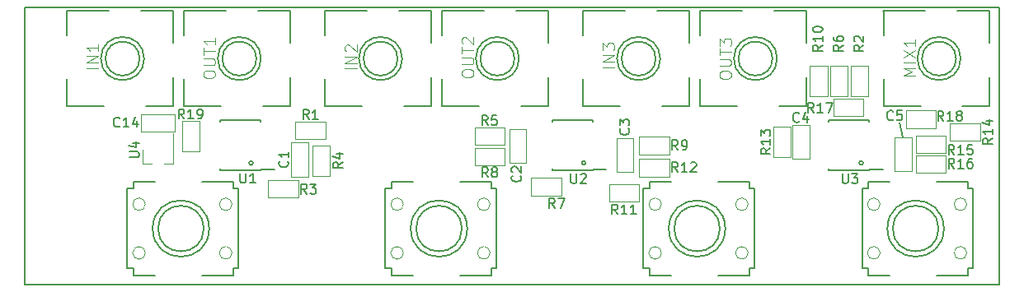
<source format=gto>
G04 #@! TF.FileFunction,Legend,Top*
%FSLAX46Y46*%
G04 Gerber Fmt 4.6, Leading zero omitted, Abs format (unit mm)*
G04 Created by KiCad (PCBNEW 4.0.5) date 08/02/17 20:53:55*
%MOMM*%
%LPD*%
G01*
G04 APERTURE LIST*
%ADD10C,0.100000*%
%ADD11C,0.200000*%
%ADD12C,0.150000*%
%ADD13C,0.120000*%
%ADD14C,0.203200*%
%ADD15C,0.101600*%
G04 APERTURE END LIST*
D10*
D11*
X121900000Y-106750000D02*
G75*
G03X121900000Y-106750000I-200000J0D01*
G01*
X156050000Y-106750000D02*
G75*
G03X156050000Y-106750000I-200000J0D01*
G01*
X184550000Y-106750000D02*
G75*
G03X184550000Y-106750000I-200000J0D01*
G01*
X188300000Y-102600000D02*
X188650000Y-104100000D01*
D12*
X98501100Y-119238600D02*
X198501100Y-119238600D01*
X198501100Y-119238600D02*
X198501100Y-90768600D01*
X198501100Y-90768600D02*
X98501100Y-90768600D01*
X98501100Y-90768600D02*
X98501100Y-119238600D01*
D13*
X110570000Y-106860000D02*
X111500000Y-106860000D01*
X113730000Y-106860000D02*
X112800000Y-106860000D01*
X113730000Y-106860000D02*
X113730000Y-103700000D01*
X110570000Y-106860000D02*
X110570000Y-105400000D01*
D12*
X122675000Y-107475000D02*
X122675000Y-107425000D01*
X118525000Y-107475000D02*
X118525000Y-107330000D01*
X118525000Y-102325000D02*
X118525000Y-102470000D01*
X122675000Y-102325000D02*
X122675000Y-102470000D01*
X122675000Y-107475000D02*
X118525000Y-107475000D01*
X122675000Y-102325000D02*
X118525000Y-102325000D01*
X122675000Y-107425000D02*
X124075000Y-107425000D01*
X156775000Y-107475000D02*
X156775000Y-107425000D01*
X152625000Y-107475000D02*
X152625000Y-107330000D01*
X152625000Y-102325000D02*
X152625000Y-102470000D01*
X156775000Y-102325000D02*
X156775000Y-102470000D01*
X156775000Y-107475000D02*
X152625000Y-107475000D01*
X156775000Y-102325000D02*
X152625000Y-102325000D01*
X156775000Y-107425000D02*
X158175000Y-107425000D01*
X185175000Y-107475000D02*
X185175000Y-107425000D01*
X181025000Y-107475000D02*
X181025000Y-107330000D01*
X181025000Y-102325000D02*
X181025000Y-102470000D01*
X185175000Y-102325000D02*
X185175000Y-102470000D01*
X185175000Y-107475000D02*
X181025000Y-107475000D01*
X185175000Y-102325000D02*
X181025000Y-102325000D01*
X185175000Y-107425000D02*
X186575000Y-107425000D01*
D10*
X127570000Y-104650000D02*
X125820000Y-104650000D01*
X125820000Y-108150000D02*
X125820000Y-104650000D01*
X127570000Y-104650000D02*
X127570000Y-108150000D01*
X125820000Y-108150000D02*
X127570000Y-108150000D01*
X149970000Y-103250000D02*
X148220000Y-103250000D01*
X148220000Y-106750000D02*
X148220000Y-103250000D01*
X149970000Y-103250000D02*
X149970000Y-106750000D01*
X148220000Y-106750000D02*
X149970000Y-106750000D01*
X160970000Y-104200000D02*
X159220000Y-104200000D01*
X159220000Y-107700000D02*
X159220000Y-104200000D01*
X160970000Y-104200000D02*
X160970000Y-107700000D01*
X159220000Y-107700000D02*
X160970000Y-107700000D01*
X179070000Y-102850000D02*
X177320000Y-102850000D01*
X177320000Y-106350000D02*
X177320000Y-102850000D01*
X179070000Y-102850000D02*
X179070000Y-106350000D01*
X177320000Y-106350000D02*
X179070000Y-106350000D01*
X189570000Y-104100000D02*
X187820000Y-104100000D01*
X187820000Y-107600000D02*
X187820000Y-104100000D01*
X189570000Y-104100000D02*
X189570000Y-107600000D01*
X187820000Y-107600000D02*
X189570000Y-107600000D01*
X110400000Y-101730000D02*
X110400000Y-103480000D01*
X113900000Y-103480000D02*
X110400000Y-103480000D01*
X110400000Y-101730000D02*
X113900000Y-101730000D01*
X113900000Y-103480000D02*
X113900000Y-101730000D01*
D14*
X184450000Y-117600000D02*
X184450000Y-109400000D01*
X195850000Y-109400000D02*
X195850000Y-117600000D01*
X185100000Y-117600000D02*
X185100000Y-118350000D01*
X184450000Y-117600000D02*
X185100000Y-117600000D01*
X195300000Y-117600000D02*
X195850000Y-117600000D01*
X195300000Y-118350000D02*
X195300000Y-117600000D01*
X195300000Y-109400000D02*
X195300000Y-108650000D01*
X195850000Y-109400000D02*
X195300000Y-109400000D01*
X185100000Y-109400000D02*
X184450000Y-109400000D01*
X185100000Y-108650000D02*
X185100000Y-109400000D01*
X187300000Y-118350000D02*
X185100000Y-118350000D01*
X195300000Y-118350000D02*
X192100000Y-118350000D01*
X185100000Y-108650000D02*
X187300000Y-108650000D01*
X192100000Y-108650000D02*
X195300000Y-108650000D01*
D15*
X195200000Y-116000000D02*
G75*
G03X195200000Y-116000000I-650000J0D01*
G01*
X195200000Y-111000000D02*
G75*
G03X195200000Y-111000000I-650000J0D01*
G01*
X186300000Y-116000000D02*
G75*
G03X186300000Y-116000000I-650000J0D01*
G01*
X186300000Y-111000000D02*
G75*
G03X186300000Y-111000000I-650000J0D01*
G01*
D14*
X192850000Y-113500000D02*
G75*
G03X192850000Y-113500000I-2900000J0D01*
G01*
X192300100Y-113500000D02*
G75*
G03X192300100Y-113500000I-2350100J0D01*
G01*
X162000000Y-117600000D02*
X162000000Y-109400000D01*
X173400000Y-109400000D02*
X173400000Y-117600000D01*
X162650000Y-117600000D02*
X162650000Y-118350000D01*
X162000000Y-117600000D02*
X162650000Y-117600000D01*
X172850000Y-117600000D02*
X173400000Y-117600000D01*
X172850000Y-118350000D02*
X172850000Y-117600000D01*
X172850000Y-109400000D02*
X172850000Y-108650000D01*
X173400000Y-109400000D02*
X172850000Y-109400000D01*
X162650000Y-109400000D02*
X162000000Y-109400000D01*
X162650000Y-108650000D02*
X162650000Y-109400000D01*
X164850000Y-118350000D02*
X162650000Y-118350000D01*
X172850000Y-118350000D02*
X169650000Y-118350000D01*
X162650000Y-108650000D02*
X164850000Y-108650000D01*
X169650000Y-108650000D02*
X172850000Y-108650000D01*
D15*
X172750000Y-116000000D02*
G75*
G03X172750000Y-116000000I-650000J0D01*
G01*
X172750000Y-111000000D02*
G75*
G03X172750000Y-111000000I-650000J0D01*
G01*
X163850000Y-116000000D02*
G75*
G03X163850000Y-116000000I-650000J0D01*
G01*
X163850000Y-111000000D02*
G75*
G03X163850000Y-111000000I-650000J0D01*
G01*
D14*
X170400000Y-113500000D02*
G75*
G03X170400000Y-113500000I-2900000J0D01*
G01*
X169850100Y-113500000D02*
G75*
G03X169850100Y-113500000I-2350100J0D01*
G01*
X135500000Y-117600000D02*
X135500000Y-109400000D01*
X146900000Y-109400000D02*
X146900000Y-117600000D01*
X136150000Y-117600000D02*
X136150000Y-118350000D01*
X135500000Y-117600000D02*
X136150000Y-117600000D01*
X146350000Y-117600000D02*
X146900000Y-117600000D01*
X146350000Y-118350000D02*
X146350000Y-117600000D01*
X146350000Y-109400000D02*
X146350000Y-108650000D01*
X146900000Y-109400000D02*
X146350000Y-109400000D01*
X136150000Y-109400000D02*
X135500000Y-109400000D01*
X136150000Y-108650000D02*
X136150000Y-109400000D01*
X138350000Y-118350000D02*
X136150000Y-118350000D01*
X146350000Y-118350000D02*
X143150000Y-118350000D01*
X136150000Y-108650000D02*
X138350000Y-108650000D01*
X143150000Y-108650000D02*
X146350000Y-108650000D01*
D15*
X146250000Y-116000000D02*
G75*
G03X146250000Y-116000000I-650000J0D01*
G01*
X146250000Y-111000000D02*
G75*
G03X146250000Y-111000000I-650000J0D01*
G01*
X137350000Y-116000000D02*
G75*
G03X137350000Y-116000000I-650000J0D01*
G01*
X137350000Y-111000000D02*
G75*
G03X137350000Y-111000000I-650000J0D01*
G01*
D14*
X143900000Y-113500000D02*
G75*
G03X143900000Y-113500000I-2900000J0D01*
G01*
X143350100Y-113500000D02*
G75*
G03X143350100Y-113500000I-2350100J0D01*
G01*
X109000000Y-117600000D02*
X109000000Y-109400000D01*
X120400000Y-109400000D02*
X120400000Y-117600000D01*
X109650000Y-117600000D02*
X109650000Y-118350000D01*
X109000000Y-117600000D02*
X109650000Y-117600000D01*
X119850000Y-117600000D02*
X120400000Y-117600000D01*
X119850000Y-118350000D02*
X119850000Y-117600000D01*
X119850000Y-109400000D02*
X119850000Y-108650000D01*
X120400000Y-109400000D02*
X119850000Y-109400000D01*
X109650000Y-109400000D02*
X109000000Y-109400000D01*
X109650000Y-108650000D02*
X109650000Y-109400000D01*
X111850000Y-118350000D02*
X109650000Y-118350000D01*
X119850000Y-118350000D02*
X116650000Y-118350000D01*
X109650000Y-108650000D02*
X111850000Y-108650000D01*
X116650000Y-108650000D02*
X119850000Y-108650000D01*
D15*
X119750000Y-116000000D02*
G75*
G03X119750000Y-116000000I-650000J0D01*
G01*
X119750000Y-111000000D02*
G75*
G03X119750000Y-111000000I-650000J0D01*
G01*
X110850000Y-116000000D02*
G75*
G03X110850000Y-116000000I-650000J0D01*
G01*
X110850000Y-111000000D02*
G75*
G03X110850000Y-111000000I-650000J0D01*
G01*
D14*
X117400000Y-113500000D02*
G75*
G03X117400000Y-113500000I-2900000J0D01*
G01*
X116850100Y-113500000D02*
G75*
G03X116850100Y-113500000I-2350100J0D01*
G01*
D10*
X114600000Y-105550000D02*
X116400000Y-105550000D01*
X114600000Y-105550000D02*
X114600000Y-102450000D01*
X116400000Y-102450000D02*
X114600000Y-102450000D01*
X116400000Y-102450000D02*
X116400000Y-105550000D01*
X188950000Y-101350000D02*
X188950000Y-103150000D01*
X188950000Y-101350000D02*
X192050000Y-101350000D01*
X192050000Y-103150000D02*
X192050000Y-101350000D01*
X192050000Y-103150000D02*
X188950000Y-103150000D01*
X181500000Y-100150000D02*
X181500000Y-101950000D01*
X181500000Y-100150000D02*
X184600000Y-100150000D01*
X184600000Y-101950000D02*
X184600000Y-100150000D01*
X184600000Y-101950000D02*
X181500000Y-101950000D01*
X189950000Y-105950000D02*
X189950000Y-107750000D01*
X189950000Y-105950000D02*
X193050000Y-105950000D01*
X193050000Y-107750000D02*
X193050000Y-105950000D01*
X193050000Y-107750000D02*
X189950000Y-107750000D01*
X189950000Y-103950000D02*
X189950000Y-105750000D01*
X189950000Y-103950000D02*
X193050000Y-103950000D01*
X193050000Y-105750000D02*
X193050000Y-103950000D01*
X193050000Y-105750000D02*
X189950000Y-105750000D01*
X196550000Y-104450000D02*
X196550000Y-102650000D01*
X196550000Y-104450000D02*
X193450000Y-104450000D01*
X193450000Y-102650000D02*
X193450000Y-104450000D01*
X193450000Y-102650000D02*
X196550000Y-102650000D01*
X177100000Y-103050000D02*
X175300000Y-103050000D01*
X177100000Y-103050000D02*
X177100000Y-106150000D01*
X175300000Y-106150000D02*
X177100000Y-106150000D01*
X175300000Y-106150000D02*
X175300000Y-103050000D01*
X161550000Y-106350000D02*
X161550000Y-108150000D01*
X161550000Y-106350000D02*
X164650000Y-106350000D01*
X164650000Y-108150000D02*
X164650000Y-106350000D01*
X164650000Y-108150000D02*
X161550000Y-108150000D01*
X161550000Y-110700000D02*
X161550000Y-108900000D01*
X161550000Y-110700000D02*
X158450000Y-110700000D01*
X158450000Y-108900000D02*
X158450000Y-110700000D01*
X158450000Y-108900000D02*
X161550000Y-108900000D01*
X179100000Y-99850000D02*
X180900000Y-99850000D01*
X179100000Y-99850000D02*
X179100000Y-96750000D01*
X180900000Y-96750000D02*
X179100000Y-96750000D01*
X180900000Y-96750000D02*
X180900000Y-99850000D01*
X161550000Y-104050000D02*
X161550000Y-105850000D01*
X161550000Y-104050000D02*
X164650000Y-104050000D01*
X164650000Y-105850000D02*
X164650000Y-104050000D01*
X164650000Y-105850000D02*
X161550000Y-105850000D01*
X147750000Y-107000000D02*
X147750000Y-105200000D01*
X147750000Y-107000000D02*
X144650000Y-107000000D01*
X144650000Y-105200000D02*
X144650000Y-107000000D01*
X144650000Y-105200000D02*
X147750000Y-105200000D01*
X150450000Y-108300000D02*
X150450000Y-110100000D01*
X150450000Y-108300000D02*
X153550000Y-108300000D01*
X153550000Y-110100000D02*
X153550000Y-108300000D01*
X153550000Y-110100000D02*
X150450000Y-110100000D01*
X147750000Y-104900000D02*
X147750000Y-103100000D01*
X147750000Y-104900000D02*
X144650000Y-104900000D01*
X144650000Y-103100000D02*
X144650000Y-104900000D01*
X144650000Y-103100000D02*
X147750000Y-103100000D01*
X128000000Y-108050000D02*
X129800000Y-108050000D01*
X128000000Y-108050000D02*
X128000000Y-104950000D01*
X129800000Y-104950000D02*
X128000000Y-104950000D01*
X129800000Y-104950000D02*
X129800000Y-108050000D01*
X126550000Y-110300000D02*
X126550000Y-108500000D01*
X126550000Y-110300000D02*
X123450000Y-110300000D01*
X123450000Y-108500000D02*
X123450000Y-110300000D01*
X123450000Y-108500000D02*
X126550000Y-108500000D01*
X183300000Y-99850000D02*
X185100000Y-99850000D01*
X183300000Y-99850000D02*
X183300000Y-96750000D01*
X185100000Y-96750000D02*
X183300000Y-96750000D01*
X185100000Y-96750000D02*
X185100000Y-99850000D01*
X126250000Y-102500000D02*
X126250000Y-104300000D01*
X126250000Y-102500000D02*
X129350000Y-102500000D01*
X129350000Y-104300000D02*
X129350000Y-102500000D01*
X129350000Y-104300000D02*
X126250000Y-104300000D01*
X181200000Y-99850000D02*
X183000000Y-99850000D01*
X181200000Y-99850000D02*
X181200000Y-96750000D01*
X183000000Y-96750000D02*
X181200000Y-96750000D01*
X183000000Y-96750000D02*
X183000000Y-99850000D01*
D12*
X110720360Y-96000000D02*
G75*
G03X110720360Y-96000000I-2220360J0D01*
G01*
D14*
X110900000Y-100900000D02*
X113700000Y-100900000D01*
X113700000Y-100900000D02*
X113700000Y-97900000D01*
X113700000Y-94402000D02*
X113700000Y-91100000D01*
X113700000Y-91100000D02*
X110398000Y-91100000D01*
X107100000Y-91100000D02*
X102782000Y-91100000D01*
X102800000Y-91100000D02*
X102800000Y-93640000D01*
X102800000Y-98106000D02*
X102800000Y-100900000D01*
X102800000Y-100900000D02*
X106610000Y-100900000D01*
D12*
X110250000Y-96000000D02*
G75*
G03X110250000Y-96000000I-1750000J0D01*
G01*
X137220360Y-96000000D02*
G75*
G03X137220360Y-96000000I-2220360J0D01*
G01*
D14*
X137400000Y-100900000D02*
X140200000Y-100900000D01*
X140200000Y-100900000D02*
X140200000Y-97900000D01*
X140200000Y-94402000D02*
X140200000Y-91100000D01*
X140200000Y-91100000D02*
X136898000Y-91100000D01*
X133600000Y-91100000D02*
X129282000Y-91100000D01*
X129300000Y-91100000D02*
X129300000Y-93640000D01*
X129300000Y-98106000D02*
X129300000Y-100900000D01*
X129300000Y-100900000D02*
X133110000Y-100900000D01*
D12*
X136750000Y-96000000D02*
G75*
G03X136750000Y-96000000I-1750000J0D01*
G01*
X163720360Y-96000000D02*
G75*
G03X163720360Y-96000000I-2220360J0D01*
G01*
D14*
X163900000Y-100900000D02*
X166700000Y-100900000D01*
X166700000Y-100900000D02*
X166700000Y-97900000D01*
X166700000Y-94402000D02*
X166700000Y-91100000D01*
X166700000Y-91100000D02*
X163398000Y-91100000D01*
X160100000Y-91100000D02*
X155782000Y-91100000D01*
X155800000Y-91100000D02*
X155800000Y-93640000D01*
X155800000Y-98106000D02*
X155800000Y-100900000D01*
X155800000Y-100900000D02*
X159610000Y-100900000D01*
D12*
X163250000Y-96000000D02*
G75*
G03X163250000Y-96000000I-1750000J0D01*
G01*
X194570360Y-96000000D02*
G75*
G03X194570360Y-96000000I-2220360J0D01*
G01*
D14*
X194750000Y-100900000D02*
X197550000Y-100900000D01*
X197550000Y-100900000D02*
X197550000Y-97900000D01*
X197550000Y-94402000D02*
X197550000Y-91100000D01*
X197550000Y-91100000D02*
X194248000Y-91100000D01*
X190950000Y-91100000D02*
X186632000Y-91100000D01*
X186650000Y-91100000D02*
X186650000Y-93640000D01*
X186650000Y-98106000D02*
X186650000Y-100900000D01*
X186650000Y-100900000D02*
X190460000Y-100900000D01*
D12*
X194100000Y-96000000D02*
G75*
G03X194100000Y-96000000I-1750000J0D01*
G01*
X122720360Y-96000000D02*
G75*
G03X122720360Y-96000000I-2220360J0D01*
G01*
D14*
X122900000Y-100900000D02*
X125700000Y-100900000D01*
X125700000Y-100900000D02*
X125700000Y-97900000D01*
X125700000Y-94402000D02*
X125700000Y-91100000D01*
X125700000Y-91100000D02*
X122398000Y-91100000D01*
X119100000Y-91100000D02*
X114782000Y-91100000D01*
X114800000Y-91100000D02*
X114800000Y-93640000D01*
X114800000Y-98106000D02*
X114800000Y-100900000D01*
X114800000Y-100900000D02*
X118610000Y-100900000D01*
D12*
X122250000Y-96000000D02*
G75*
G03X122250000Y-96000000I-1750000J0D01*
G01*
X149220360Y-96000000D02*
G75*
G03X149220360Y-96000000I-2220360J0D01*
G01*
D14*
X149400000Y-100900000D02*
X152200000Y-100900000D01*
X152200000Y-100900000D02*
X152200000Y-97900000D01*
X152200000Y-94402000D02*
X152200000Y-91100000D01*
X152200000Y-91100000D02*
X148898000Y-91100000D01*
X145600000Y-91100000D02*
X141282000Y-91100000D01*
X141300000Y-91100000D02*
X141300000Y-93640000D01*
X141300000Y-98106000D02*
X141300000Y-100900000D01*
X141300000Y-100900000D02*
X145110000Y-100900000D01*
D12*
X148750000Y-96000000D02*
G75*
G03X148750000Y-96000000I-1750000J0D01*
G01*
X175720360Y-96000000D02*
G75*
G03X175720360Y-96000000I-2220360J0D01*
G01*
D14*
X175900000Y-100900000D02*
X178700000Y-100900000D01*
X178700000Y-100900000D02*
X178700000Y-97900000D01*
X178700000Y-94402000D02*
X178700000Y-91100000D01*
X178700000Y-91100000D02*
X175398000Y-91100000D01*
X172100000Y-91100000D02*
X167782000Y-91100000D01*
X167800000Y-91100000D02*
X167800000Y-93640000D01*
X167800000Y-98106000D02*
X167800000Y-100900000D01*
X167800000Y-100900000D02*
X171610000Y-100900000D01*
D12*
X175250000Y-96000000D02*
G75*
G03X175250000Y-96000000I-1750000J0D01*
G01*
X109202381Y-106161905D02*
X110011905Y-106161905D01*
X110107143Y-106114286D01*
X110154762Y-106066667D01*
X110202381Y-105971429D01*
X110202381Y-105780952D01*
X110154762Y-105685714D01*
X110107143Y-105638095D01*
X110011905Y-105590476D01*
X109202381Y-105590476D01*
X109535714Y-104685714D02*
X110202381Y-104685714D01*
X109154762Y-104923810D02*
X109869048Y-105161905D01*
X109869048Y-104542857D01*
X120588095Y-107802381D02*
X120588095Y-108611905D01*
X120635714Y-108707143D01*
X120683333Y-108754762D01*
X120778571Y-108802381D01*
X120969048Y-108802381D01*
X121064286Y-108754762D01*
X121111905Y-108707143D01*
X121159524Y-108611905D01*
X121159524Y-107802381D01*
X122159524Y-108802381D02*
X121588095Y-108802381D01*
X121873809Y-108802381D02*
X121873809Y-107802381D01*
X121778571Y-107945238D01*
X121683333Y-108040476D01*
X121588095Y-108088095D01*
X154538095Y-107852381D02*
X154538095Y-108661905D01*
X154585714Y-108757143D01*
X154633333Y-108804762D01*
X154728571Y-108852381D01*
X154919048Y-108852381D01*
X155014286Y-108804762D01*
X155061905Y-108757143D01*
X155109524Y-108661905D01*
X155109524Y-107852381D01*
X155538095Y-107947619D02*
X155585714Y-107900000D01*
X155680952Y-107852381D01*
X155919048Y-107852381D01*
X156014286Y-107900000D01*
X156061905Y-107947619D01*
X156109524Y-108042857D01*
X156109524Y-108138095D01*
X156061905Y-108280952D01*
X155490476Y-108852381D01*
X156109524Y-108852381D01*
X182438095Y-107852381D02*
X182438095Y-108661905D01*
X182485714Y-108757143D01*
X182533333Y-108804762D01*
X182628571Y-108852381D01*
X182819048Y-108852381D01*
X182914286Y-108804762D01*
X182961905Y-108757143D01*
X183009524Y-108661905D01*
X183009524Y-107852381D01*
X183390476Y-107852381D02*
X184009524Y-107852381D01*
X183676190Y-108233333D01*
X183819048Y-108233333D01*
X183914286Y-108280952D01*
X183961905Y-108328571D01*
X184009524Y-108423810D01*
X184009524Y-108661905D01*
X183961905Y-108757143D01*
X183914286Y-108804762D01*
X183819048Y-108852381D01*
X183533333Y-108852381D01*
X183438095Y-108804762D01*
X183390476Y-108757143D01*
X125457143Y-106566666D02*
X125504762Y-106614285D01*
X125552381Y-106757142D01*
X125552381Y-106852380D01*
X125504762Y-106995238D01*
X125409524Y-107090476D01*
X125314286Y-107138095D01*
X125123810Y-107185714D01*
X124980952Y-107185714D01*
X124790476Y-107138095D01*
X124695238Y-107090476D01*
X124600000Y-106995238D01*
X124552381Y-106852380D01*
X124552381Y-106757142D01*
X124600000Y-106614285D01*
X124647619Y-106566666D01*
X125552381Y-105614285D02*
X125552381Y-106185714D01*
X125552381Y-105900000D02*
X124552381Y-105900000D01*
X124695238Y-105995238D01*
X124790476Y-106090476D01*
X124838095Y-106185714D01*
X149357143Y-108066666D02*
X149404762Y-108114285D01*
X149452381Y-108257142D01*
X149452381Y-108352380D01*
X149404762Y-108495238D01*
X149309524Y-108590476D01*
X149214286Y-108638095D01*
X149023810Y-108685714D01*
X148880952Y-108685714D01*
X148690476Y-108638095D01*
X148595238Y-108590476D01*
X148500000Y-108495238D01*
X148452381Y-108352380D01*
X148452381Y-108257142D01*
X148500000Y-108114285D01*
X148547619Y-108066666D01*
X148547619Y-107685714D02*
X148500000Y-107638095D01*
X148452381Y-107542857D01*
X148452381Y-107304761D01*
X148500000Y-107209523D01*
X148547619Y-107161904D01*
X148642857Y-107114285D01*
X148738095Y-107114285D01*
X148880952Y-107161904D01*
X149452381Y-107733333D01*
X149452381Y-107114285D01*
X160457143Y-103216666D02*
X160504762Y-103264285D01*
X160552381Y-103407142D01*
X160552381Y-103502380D01*
X160504762Y-103645238D01*
X160409524Y-103740476D01*
X160314286Y-103788095D01*
X160123810Y-103835714D01*
X159980952Y-103835714D01*
X159790476Y-103788095D01*
X159695238Y-103740476D01*
X159600000Y-103645238D01*
X159552381Y-103502380D01*
X159552381Y-103407142D01*
X159600000Y-103264285D01*
X159647619Y-103216666D01*
X159552381Y-102883333D02*
X159552381Y-102264285D01*
X159933333Y-102597619D01*
X159933333Y-102454761D01*
X159980952Y-102359523D01*
X160028571Y-102311904D01*
X160123810Y-102264285D01*
X160361905Y-102264285D01*
X160457143Y-102311904D01*
X160504762Y-102359523D01*
X160552381Y-102454761D01*
X160552381Y-102740476D01*
X160504762Y-102835714D01*
X160457143Y-102883333D01*
X177983334Y-102457143D02*
X177935715Y-102504762D01*
X177792858Y-102552381D01*
X177697620Y-102552381D01*
X177554762Y-102504762D01*
X177459524Y-102409524D01*
X177411905Y-102314286D01*
X177364286Y-102123810D01*
X177364286Y-101980952D01*
X177411905Y-101790476D01*
X177459524Y-101695238D01*
X177554762Y-101600000D01*
X177697620Y-101552381D01*
X177792858Y-101552381D01*
X177935715Y-101600000D01*
X177983334Y-101647619D01*
X178840477Y-101885714D02*
X178840477Y-102552381D01*
X178602381Y-101504762D02*
X178364286Y-102219048D01*
X178983334Y-102219048D01*
X187633334Y-102257143D02*
X187585715Y-102304762D01*
X187442858Y-102352381D01*
X187347620Y-102352381D01*
X187204762Y-102304762D01*
X187109524Y-102209524D01*
X187061905Y-102114286D01*
X187014286Y-101923810D01*
X187014286Y-101780952D01*
X187061905Y-101590476D01*
X187109524Y-101495238D01*
X187204762Y-101400000D01*
X187347620Y-101352381D01*
X187442858Y-101352381D01*
X187585715Y-101400000D01*
X187633334Y-101447619D01*
X188538096Y-101352381D02*
X188061905Y-101352381D01*
X188014286Y-101828571D01*
X188061905Y-101780952D01*
X188157143Y-101733333D01*
X188395239Y-101733333D01*
X188490477Y-101780952D01*
X188538096Y-101828571D01*
X188585715Y-101923810D01*
X188585715Y-102161905D01*
X188538096Y-102257143D01*
X188490477Y-102304762D01*
X188395239Y-102352381D01*
X188157143Y-102352381D01*
X188061905Y-102304762D01*
X188014286Y-102257143D01*
X108207143Y-102957143D02*
X108159524Y-103004762D01*
X108016667Y-103052381D01*
X107921429Y-103052381D01*
X107778571Y-103004762D01*
X107683333Y-102909524D01*
X107635714Y-102814286D01*
X107588095Y-102623810D01*
X107588095Y-102480952D01*
X107635714Y-102290476D01*
X107683333Y-102195238D01*
X107778571Y-102100000D01*
X107921429Y-102052381D01*
X108016667Y-102052381D01*
X108159524Y-102100000D01*
X108207143Y-102147619D01*
X109159524Y-103052381D02*
X108588095Y-103052381D01*
X108873809Y-103052381D02*
X108873809Y-102052381D01*
X108778571Y-102195238D01*
X108683333Y-102290476D01*
X108588095Y-102338095D01*
X110016667Y-102385714D02*
X110016667Y-103052381D01*
X109778571Y-102004762D02*
X109540476Y-102719048D01*
X110159524Y-102719048D01*
X114832143Y-102202381D02*
X114498809Y-101726190D01*
X114260714Y-102202381D02*
X114260714Y-101202381D01*
X114641667Y-101202381D01*
X114736905Y-101250000D01*
X114784524Y-101297619D01*
X114832143Y-101392857D01*
X114832143Y-101535714D01*
X114784524Y-101630952D01*
X114736905Y-101678571D01*
X114641667Y-101726190D01*
X114260714Y-101726190D01*
X115784524Y-102202381D02*
X115213095Y-102202381D01*
X115498809Y-102202381D02*
X115498809Y-101202381D01*
X115403571Y-101345238D01*
X115308333Y-101440476D01*
X115213095Y-101488095D01*
X116260714Y-102202381D02*
X116451190Y-102202381D01*
X116546429Y-102154762D01*
X116594048Y-102107143D01*
X116689286Y-101964286D01*
X116736905Y-101773810D01*
X116736905Y-101392857D01*
X116689286Y-101297619D01*
X116641667Y-101250000D01*
X116546429Y-101202381D01*
X116355952Y-101202381D01*
X116260714Y-101250000D01*
X116213095Y-101297619D01*
X116165476Y-101392857D01*
X116165476Y-101630952D01*
X116213095Y-101726190D01*
X116260714Y-101773810D01*
X116355952Y-101821429D01*
X116546429Y-101821429D01*
X116641667Y-101773810D01*
X116689286Y-101726190D01*
X116736905Y-101630952D01*
X192807143Y-102402381D02*
X192473809Y-101926190D01*
X192235714Y-102402381D02*
X192235714Y-101402381D01*
X192616667Y-101402381D01*
X192711905Y-101450000D01*
X192759524Y-101497619D01*
X192807143Y-101592857D01*
X192807143Y-101735714D01*
X192759524Y-101830952D01*
X192711905Y-101878571D01*
X192616667Y-101926190D01*
X192235714Y-101926190D01*
X193759524Y-102402381D02*
X193188095Y-102402381D01*
X193473809Y-102402381D02*
X193473809Y-101402381D01*
X193378571Y-101545238D01*
X193283333Y-101640476D01*
X193188095Y-101688095D01*
X194330952Y-101830952D02*
X194235714Y-101783333D01*
X194188095Y-101735714D01*
X194140476Y-101640476D01*
X194140476Y-101592857D01*
X194188095Y-101497619D01*
X194235714Y-101450000D01*
X194330952Y-101402381D01*
X194521429Y-101402381D01*
X194616667Y-101450000D01*
X194664286Y-101497619D01*
X194711905Y-101592857D01*
X194711905Y-101640476D01*
X194664286Y-101735714D01*
X194616667Y-101783333D01*
X194521429Y-101830952D01*
X194330952Y-101830952D01*
X194235714Y-101878571D01*
X194188095Y-101926190D01*
X194140476Y-102021429D01*
X194140476Y-102211905D01*
X194188095Y-102307143D01*
X194235714Y-102354762D01*
X194330952Y-102402381D01*
X194521429Y-102402381D01*
X194616667Y-102354762D01*
X194664286Y-102307143D01*
X194711905Y-102211905D01*
X194711905Y-102021429D01*
X194664286Y-101926190D01*
X194616667Y-101878571D01*
X194521429Y-101830952D01*
X179482143Y-101552381D02*
X179148809Y-101076190D01*
X178910714Y-101552381D02*
X178910714Y-100552381D01*
X179291667Y-100552381D01*
X179386905Y-100600000D01*
X179434524Y-100647619D01*
X179482143Y-100742857D01*
X179482143Y-100885714D01*
X179434524Y-100980952D01*
X179386905Y-101028571D01*
X179291667Y-101076190D01*
X178910714Y-101076190D01*
X180434524Y-101552381D02*
X179863095Y-101552381D01*
X180148809Y-101552381D02*
X180148809Y-100552381D01*
X180053571Y-100695238D01*
X179958333Y-100790476D01*
X179863095Y-100838095D01*
X180767857Y-100552381D02*
X181434524Y-100552381D01*
X181005952Y-101552381D01*
X193907143Y-107302381D02*
X193573809Y-106826190D01*
X193335714Y-107302381D02*
X193335714Y-106302381D01*
X193716667Y-106302381D01*
X193811905Y-106350000D01*
X193859524Y-106397619D01*
X193907143Y-106492857D01*
X193907143Y-106635714D01*
X193859524Y-106730952D01*
X193811905Y-106778571D01*
X193716667Y-106826190D01*
X193335714Y-106826190D01*
X194859524Y-107302381D02*
X194288095Y-107302381D01*
X194573809Y-107302381D02*
X194573809Y-106302381D01*
X194478571Y-106445238D01*
X194383333Y-106540476D01*
X194288095Y-106588095D01*
X195716667Y-106302381D02*
X195526190Y-106302381D01*
X195430952Y-106350000D01*
X195383333Y-106397619D01*
X195288095Y-106540476D01*
X195240476Y-106730952D01*
X195240476Y-107111905D01*
X195288095Y-107207143D01*
X195335714Y-107254762D01*
X195430952Y-107302381D01*
X195621429Y-107302381D01*
X195716667Y-107254762D01*
X195764286Y-107207143D01*
X195811905Y-107111905D01*
X195811905Y-106873810D01*
X195764286Y-106778571D01*
X195716667Y-106730952D01*
X195621429Y-106683333D01*
X195430952Y-106683333D01*
X195335714Y-106730952D01*
X195288095Y-106778571D01*
X195240476Y-106873810D01*
X193907143Y-105877381D02*
X193573809Y-105401190D01*
X193335714Y-105877381D02*
X193335714Y-104877381D01*
X193716667Y-104877381D01*
X193811905Y-104925000D01*
X193859524Y-104972619D01*
X193907143Y-105067857D01*
X193907143Y-105210714D01*
X193859524Y-105305952D01*
X193811905Y-105353571D01*
X193716667Y-105401190D01*
X193335714Y-105401190D01*
X194859524Y-105877381D02*
X194288095Y-105877381D01*
X194573809Y-105877381D02*
X194573809Y-104877381D01*
X194478571Y-105020238D01*
X194383333Y-105115476D01*
X194288095Y-105163095D01*
X195764286Y-104877381D02*
X195288095Y-104877381D01*
X195240476Y-105353571D01*
X195288095Y-105305952D01*
X195383333Y-105258333D01*
X195621429Y-105258333D01*
X195716667Y-105305952D01*
X195764286Y-105353571D01*
X195811905Y-105448810D01*
X195811905Y-105686905D01*
X195764286Y-105782143D01*
X195716667Y-105829762D01*
X195621429Y-105877381D01*
X195383333Y-105877381D01*
X195288095Y-105829762D01*
X195240476Y-105782143D01*
X197827381Y-104192857D02*
X197351190Y-104526191D01*
X197827381Y-104764286D02*
X196827381Y-104764286D01*
X196827381Y-104383333D01*
X196875000Y-104288095D01*
X196922619Y-104240476D01*
X197017857Y-104192857D01*
X197160714Y-104192857D01*
X197255952Y-104240476D01*
X197303571Y-104288095D01*
X197351190Y-104383333D01*
X197351190Y-104764286D01*
X197827381Y-103240476D02*
X197827381Y-103811905D01*
X197827381Y-103526191D02*
X196827381Y-103526191D01*
X196970238Y-103621429D01*
X197065476Y-103716667D01*
X197113095Y-103811905D01*
X197160714Y-102383333D02*
X197827381Y-102383333D01*
X196779762Y-102621429D02*
X197494048Y-102859524D01*
X197494048Y-102240476D01*
X175027381Y-105242857D02*
X174551190Y-105576191D01*
X175027381Y-105814286D02*
X174027381Y-105814286D01*
X174027381Y-105433333D01*
X174075000Y-105338095D01*
X174122619Y-105290476D01*
X174217857Y-105242857D01*
X174360714Y-105242857D01*
X174455952Y-105290476D01*
X174503571Y-105338095D01*
X174551190Y-105433333D01*
X174551190Y-105814286D01*
X175027381Y-104290476D02*
X175027381Y-104861905D01*
X175027381Y-104576191D02*
X174027381Y-104576191D01*
X174170238Y-104671429D01*
X174265476Y-104766667D01*
X174313095Y-104861905D01*
X174027381Y-103957143D02*
X174027381Y-103338095D01*
X174408333Y-103671429D01*
X174408333Y-103528571D01*
X174455952Y-103433333D01*
X174503571Y-103385714D01*
X174598810Y-103338095D01*
X174836905Y-103338095D01*
X174932143Y-103385714D01*
X174979762Y-103433333D01*
X175027381Y-103528571D01*
X175027381Y-103814286D01*
X174979762Y-103909524D01*
X174932143Y-103957143D01*
X165532143Y-107677381D02*
X165198809Y-107201190D01*
X164960714Y-107677381D02*
X164960714Y-106677381D01*
X165341667Y-106677381D01*
X165436905Y-106725000D01*
X165484524Y-106772619D01*
X165532143Y-106867857D01*
X165532143Y-107010714D01*
X165484524Y-107105952D01*
X165436905Y-107153571D01*
X165341667Y-107201190D01*
X164960714Y-107201190D01*
X166484524Y-107677381D02*
X165913095Y-107677381D01*
X166198809Y-107677381D02*
X166198809Y-106677381D01*
X166103571Y-106820238D01*
X166008333Y-106915476D01*
X165913095Y-106963095D01*
X166865476Y-106772619D02*
X166913095Y-106725000D01*
X167008333Y-106677381D01*
X167246429Y-106677381D01*
X167341667Y-106725000D01*
X167389286Y-106772619D01*
X167436905Y-106867857D01*
X167436905Y-106963095D01*
X167389286Y-107105952D01*
X166817857Y-107677381D01*
X167436905Y-107677381D01*
X159357143Y-112027381D02*
X159023809Y-111551190D01*
X158785714Y-112027381D02*
X158785714Y-111027381D01*
X159166667Y-111027381D01*
X159261905Y-111075000D01*
X159309524Y-111122619D01*
X159357143Y-111217857D01*
X159357143Y-111360714D01*
X159309524Y-111455952D01*
X159261905Y-111503571D01*
X159166667Y-111551190D01*
X158785714Y-111551190D01*
X160309524Y-112027381D02*
X159738095Y-112027381D01*
X160023809Y-112027381D02*
X160023809Y-111027381D01*
X159928571Y-111170238D01*
X159833333Y-111265476D01*
X159738095Y-111313095D01*
X161261905Y-112027381D02*
X160690476Y-112027381D01*
X160976190Y-112027381D02*
X160976190Y-111027381D01*
X160880952Y-111170238D01*
X160785714Y-111265476D01*
X160690476Y-111313095D01*
X180377381Y-94617857D02*
X179901190Y-94951191D01*
X180377381Y-95189286D02*
X179377381Y-95189286D01*
X179377381Y-94808333D01*
X179425000Y-94713095D01*
X179472619Y-94665476D01*
X179567857Y-94617857D01*
X179710714Y-94617857D01*
X179805952Y-94665476D01*
X179853571Y-94713095D01*
X179901190Y-94808333D01*
X179901190Y-95189286D01*
X180377381Y-93665476D02*
X180377381Y-94236905D01*
X180377381Y-93951191D02*
X179377381Y-93951191D01*
X179520238Y-94046429D01*
X179615476Y-94141667D01*
X179663095Y-94236905D01*
X179377381Y-93046429D02*
X179377381Y-92951190D01*
X179425000Y-92855952D01*
X179472619Y-92808333D01*
X179567857Y-92760714D01*
X179758333Y-92713095D01*
X179996429Y-92713095D01*
X180186905Y-92760714D01*
X180282143Y-92808333D01*
X180329762Y-92855952D01*
X180377381Y-92951190D01*
X180377381Y-93046429D01*
X180329762Y-93141667D01*
X180282143Y-93189286D01*
X180186905Y-93236905D01*
X179996429Y-93284524D01*
X179758333Y-93284524D01*
X179567857Y-93236905D01*
X179472619Y-93189286D01*
X179425000Y-93141667D01*
X179377381Y-93046429D01*
X165533334Y-105402381D02*
X165200000Y-104926190D01*
X164961905Y-105402381D02*
X164961905Y-104402381D01*
X165342858Y-104402381D01*
X165438096Y-104450000D01*
X165485715Y-104497619D01*
X165533334Y-104592857D01*
X165533334Y-104735714D01*
X165485715Y-104830952D01*
X165438096Y-104878571D01*
X165342858Y-104926190D01*
X164961905Y-104926190D01*
X166009524Y-105402381D02*
X166200000Y-105402381D01*
X166295239Y-105354762D01*
X166342858Y-105307143D01*
X166438096Y-105164286D01*
X166485715Y-104973810D01*
X166485715Y-104592857D01*
X166438096Y-104497619D01*
X166390477Y-104450000D01*
X166295239Y-104402381D01*
X166104762Y-104402381D01*
X166009524Y-104450000D01*
X165961905Y-104497619D01*
X165914286Y-104592857D01*
X165914286Y-104830952D01*
X165961905Y-104926190D01*
X166009524Y-104973810D01*
X166104762Y-105021429D01*
X166295239Y-105021429D01*
X166390477Y-104973810D01*
X166438096Y-104926190D01*
X166485715Y-104830952D01*
X146033334Y-108202381D02*
X145700000Y-107726190D01*
X145461905Y-108202381D02*
X145461905Y-107202381D01*
X145842858Y-107202381D01*
X145938096Y-107250000D01*
X145985715Y-107297619D01*
X146033334Y-107392857D01*
X146033334Y-107535714D01*
X145985715Y-107630952D01*
X145938096Y-107678571D01*
X145842858Y-107726190D01*
X145461905Y-107726190D01*
X146604762Y-107630952D02*
X146509524Y-107583333D01*
X146461905Y-107535714D01*
X146414286Y-107440476D01*
X146414286Y-107392857D01*
X146461905Y-107297619D01*
X146509524Y-107250000D01*
X146604762Y-107202381D01*
X146795239Y-107202381D01*
X146890477Y-107250000D01*
X146938096Y-107297619D01*
X146985715Y-107392857D01*
X146985715Y-107440476D01*
X146938096Y-107535714D01*
X146890477Y-107583333D01*
X146795239Y-107630952D01*
X146604762Y-107630952D01*
X146509524Y-107678571D01*
X146461905Y-107726190D01*
X146414286Y-107821429D01*
X146414286Y-108011905D01*
X146461905Y-108107143D01*
X146509524Y-108154762D01*
X146604762Y-108202381D01*
X146795239Y-108202381D01*
X146890477Y-108154762D01*
X146938096Y-108107143D01*
X146985715Y-108011905D01*
X146985715Y-107821429D01*
X146938096Y-107726190D01*
X146890477Y-107678571D01*
X146795239Y-107630952D01*
X152883334Y-111402381D02*
X152550000Y-110926190D01*
X152311905Y-111402381D02*
X152311905Y-110402381D01*
X152692858Y-110402381D01*
X152788096Y-110450000D01*
X152835715Y-110497619D01*
X152883334Y-110592857D01*
X152883334Y-110735714D01*
X152835715Y-110830952D01*
X152788096Y-110878571D01*
X152692858Y-110926190D01*
X152311905Y-110926190D01*
X153216667Y-110402381D02*
X153883334Y-110402381D01*
X153454762Y-111402381D01*
X146008334Y-102852381D02*
X145675000Y-102376190D01*
X145436905Y-102852381D02*
X145436905Y-101852381D01*
X145817858Y-101852381D01*
X145913096Y-101900000D01*
X145960715Y-101947619D01*
X146008334Y-102042857D01*
X146008334Y-102185714D01*
X145960715Y-102280952D01*
X145913096Y-102328571D01*
X145817858Y-102376190D01*
X145436905Y-102376190D01*
X146913096Y-101852381D02*
X146436905Y-101852381D01*
X146389286Y-102328571D01*
X146436905Y-102280952D01*
X146532143Y-102233333D01*
X146770239Y-102233333D01*
X146865477Y-102280952D01*
X146913096Y-102328571D01*
X146960715Y-102423810D01*
X146960715Y-102661905D01*
X146913096Y-102757143D01*
X146865477Y-102804762D01*
X146770239Y-102852381D01*
X146532143Y-102852381D01*
X146436905Y-102804762D01*
X146389286Y-102757143D01*
X131127381Y-106666666D02*
X130651190Y-107000000D01*
X131127381Y-107238095D02*
X130127381Y-107238095D01*
X130127381Y-106857142D01*
X130175000Y-106761904D01*
X130222619Y-106714285D01*
X130317857Y-106666666D01*
X130460714Y-106666666D01*
X130555952Y-106714285D01*
X130603571Y-106761904D01*
X130651190Y-106857142D01*
X130651190Y-107238095D01*
X130460714Y-105809523D02*
X131127381Y-105809523D01*
X130079762Y-106047619D02*
X130794048Y-106285714D01*
X130794048Y-105666666D01*
X127433334Y-109927381D02*
X127100000Y-109451190D01*
X126861905Y-109927381D02*
X126861905Y-108927381D01*
X127242858Y-108927381D01*
X127338096Y-108975000D01*
X127385715Y-109022619D01*
X127433334Y-109117857D01*
X127433334Y-109260714D01*
X127385715Y-109355952D01*
X127338096Y-109403571D01*
X127242858Y-109451190D01*
X126861905Y-109451190D01*
X127766667Y-108927381D02*
X128385715Y-108927381D01*
X128052381Y-109308333D01*
X128195239Y-109308333D01*
X128290477Y-109355952D01*
X128338096Y-109403571D01*
X128385715Y-109498810D01*
X128385715Y-109736905D01*
X128338096Y-109832143D01*
X128290477Y-109879762D01*
X128195239Y-109927381D01*
X127909524Y-109927381D01*
X127814286Y-109879762D01*
X127766667Y-109832143D01*
X184602381Y-94616666D02*
X184126190Y-94950000D01*
X184602381Y-95188095D02*
X183602381Y-95188095D01*
X183602381Y-94807142D01*
X183650000Y-94711904D01*
X183697619Y-94664285D01*
X183792857Y-94616666D01*
X183935714Y-94616666D01*
X184030952Y-94664285D01*
X184078571Y-94711904D01*
X184126190Y-94807142D01*
X184126190Y-95188095D01*
X183697619Y-94235714D02*
X183650000Y-94188095D01*
X183602381Y-94092857D01*
X183602381Y-93854761D01*
X183650000Y-93759523D01*
X183697619Y-93711904D01*
X183792857Y-93664285D01*
X183888095Y-93664285D01*
X184030952Y-93711904D01*
X184602381Y-94283333D01*
X184602381Y-93664285D01*
X127633334Y-102252381D02*
X127300000Y-101776190D01*
X127061905Y-102252381D02*
X127061905Y-101252381D01*
X127442858Y-101252381D01*
X127538096Y-101300000D01*
X127585715Y-101347619D01*
X127633334Y-101442857D01*
X127633334Y-101585714D01*
X127585715Y-101680952D01*
X127538096Y-101728571D01*
X127442858Y-101776190D01*
X127061905Y-101776190D01*
X128585715Y-102252381D02*
X128014286Y-102252381D01*
X128300000Y-102252381D02*
X128300000Y-101252381D01*
X128204762Y-101395238D01*
X128109524Y-101490476D01*
X128014286Y-101538095D01*
X182502381Y-94616666D02*
X182026190Y-94950000D01*
X182502381Y-95188095D02*
X181502381Y-95188095D01*
X181502381Y-94807142D01*
X181550000Y-94711904D01*
X181597619Y-94664285D01*
X181692857Y-94616666D01*
X181835714Y-94616666D01*
X181930952Y-94664285D01*
X181978571Y-94711904D01*
X182026190Y-94807142D01*
X182026190Y-95188095D01*
X181502381Y-93759523D02*
X181502381Y-93950000D01*
X181550000Y-94045238D01*
X181597619Y-94092857D01*
X181740476Y-94188095D01*
X181930952Y-94235714D01*
X182311905Y-94235714D01*
X182407143Y-94188095D01*
X182454762Y-94140476D01*
X182502381Y-94045238D01*
X182502381Y-93854761D01*
X182454762Y-93759523D01*
X182407143Y-93711904D01*
X182311905Y-93664285D01*
X182073810Y-93664285D01*
X181978571Y-93711904D01*
X181930952Y-93759523D01*
X181883333Y-93854761D01*
X181883333Y-94045238D01*
X181930952Y-94140476D01*
X181978571Y-94188095D01*
X182073810Y-94235714D01*
D15*
X106017548Y-96987738D02*
X104811048Y-96987738D01*
X106017548Y-96413214D02*
X104811048Y-96413214D01*
X106017548Y-95723786D01*
X104811048Y-95723786D01*
X106017548Y-94517286D02*
X106017548Y-95206714D01*
X106017548Y-94862000D02*
X104811048Y-94862000D01*
X104983405Y-94976905D01*
X105098310Y-95091810D01*
X105155762Y-95206714D01*
X132542548Y-97037738D02*
X131336048Y-97037738D01*
X132542548Y-96463214D02*
X131336048Y-96463214D01*
X132542548Y-95773786D01*
X131336048Y-95773786D01*
X131450952Y-95256714D02*
X131393500Y-95199262D01*
X131336048Y-95084357D01*
X131336048Y-94797095D01*
X131393500Y-94682191D01*
X131450952Y-94624738D01*
X131565857Y-94567286D01*
X131680762Y-94567286D01*
X131853119Y-94624738D01*
X132542548Y-95314167D01*
X132542548Y-94567286D01*
X158992548Y-96887738D02*
X157786048Y-96887738D01*
X158992548Y-96313214D02*
X157786048Y-96313214D01*
X158992548Y-95623786D01*
X157786048Y-95623786D01*
X157786048Y-95164167D02*
X157786048Y-94417286D01*
X158245667Y-94819453D01*
X158245667Y-94647095D01*
X158303119Y-94532191D01*
X158360571Y-94474738D01*
X158475476Y-94417286D01*
X158762738Y-94417286D01*
X158877643Y-94474738D01*
X158935095Y-94532191D01*
X158992548Y-94647095D01*
X158992548Y-94991810D01*
X158935095Y-95106714D01*
X158877643Y-95164167D01*
X189917548Y-97762738D02*
X188711048Y-97762738D01*
X189572833Y-97360571D01*
X188711048Y-96958405D01*
X189917548Y-96958405D01*
X189917548Y-96383881D02*
X188711048Y-96383881D01*
X188711048Y-95924262D02*
X189917548Y-95119929D01*
X188711048Y-95119929D02*
X189917548Y-95924262D01*
X189917548Y-94028333D02*
X189917548Y-94717761D01*
X189917548Y-94373047D02*
X188711048Y-94373047D01*
X188883405Y-94487952D01*
X188998310Y-94602857D01*
X189055762Y-94717761D01*
X116811048Y-97732929D02*
X116811048Y-97503119D01*
X116868500Y-97388214D01*
X116983405Y-97273310D01*
X117213214Y-97215857D01*
X117615381Y-97215857D01*
X117845190Y-97273310D01*
X117960095Y-97388214D01*
X118017548Y-97503119D01*
X118017548Y-97732929D01*
X117960095Y-97847833D01*
X117845190Y-97962738D01*
X117615381Y-98020190D01*
X117213214Y-98020190D01*
X116983405Y-97962738D01*
X116868500Y-97847833D01*
X116811048Y-97732929D01*
X116811048Y-96698786D02*
X117787738Y-96698786D01*
X117902643Y-96641334D01*
X117960095Y-96583881D01*
X118017548Y-96468977D01*
X118017548Y-96239167D01*
X117960095Y-96124262D01*
X117902643Y-96066810D01*
X117787738Y-96009358D01*
X116811048Y-96009358D01*
X116811048Y-95607191D02*
X116811048Y-94917763D01*
X118017548Y-95262477D02*
X116811048Y-95262477D01*
X118017548Y-93883620D02*
X118017548Y-94573048D01*
X118017548Y-94228334D02*
X116811048Y-94228334D01*
X116983405Y-94343239D01*
X117098310Y-94458144D01*
X117155762Y-94573048D01*
X143336048Y-97632929D02*
X143336048Y-97403119D01*
X143393500Y-97288214D01*
X143508405Y-97173310D01*
X143738214Y-97115857D01*
X144140381Y-97115857D01*
X144370190Y-97173310D01*
X144485095Y-97288214D01*
X144542548Y-97403119D01*
X144542548Y-97632929D01*
X144485095Y-97747833D01*
X144370190Y-97862738D01*
X144140381Y-97920190D01*
X143738214Y-97920190D01*
X143508405Y-97862738D01*
X143393500Y-97747833D01*
X143336048Y-97632929D01*
X143336048Y-96598786D02*
X144312738Y-96598786D01*
X144427643Y-96541334D01*
X144485095Y-96483881D01*
X144542548Y-96368977D01*
X144542548Y-96139167D01*
X144485095Y-96024262D01*
X144427643Y-95966810D01*
X144312738Y-95909358D01*
X143336048Y-95909358D01*
X143336048Y-95507191D02*
X143336048Y-94817763D01*
X144542548Y-95162477D02*
X143336048Y-95162477D01*
X143450952Y-94473048D02*
X143393500Y-94415596D01*
X143336048Y-94300691D01*
X143336048Y-94013429D01*
X143393500Y-93898525D01*
X143450952Y-93841072D01*
X143565857Y-93783620D01*
X143680762Y-93783620D01*
X143853119Y-93841072D01*
X144542548Y-94530501D01*
X144542548Y-93783620D01*
X169811048Y-97782929D02*
X169811048Y-97553119D01*
X169868500Y-97438214D01*
X169983405Y-97323310D01*
X170213214Y-97265857D01*
X170615381Y-97265857D01*
X170845190Y-97323310D01*
X170960095Y-97438214D01*
X171017548Y-97553119D01*
X171017548Y-97782929D01*
X170960095Y-97897833D01*
X170845190Y-98012738D01*
X170615381Y-98070190D01*
X170213214Y-98070190D01*
X169983405Y-98012738D01*
X169868500Y-97897833D01*
X169811048Y-97782929D01*
X169811048Y-96748786D02*
X170787738Y-96748786D01*
X170902643Y-96691334D01*
X170960095Y-96633881D01*
X171017548Y-96518977D01*
X171017548Y-96289167D01*
X170960095Y-96174262D01*
X170902643Y-96116810D01*
X170787738Y-96059358D01*
X169811048Y-96059358D01*
X169811048Y-95657191D02*
X169811048Y-94967763D01*
X171017548Y-95312477D02*
X169811048Y-95312477D01*
X169811048Y-94680501D02*
X169811048Y-93933620D01*
X170270667Y-94335787D01*
X170270667Y-94163429D01*
X170328119Y-94048525D01*
X170385571Y-93991072D01*
X170500476Y-93933620D01*
X170787738Y-93933620D01*
X170902643Y-93991072D01*
X170960095Y-94048525D01*
X171017548Y-94163429D01*
X171017548Y-94508144D01*
X170960095Y-94623048D01*
X170902643Y-94680501D01*
M02*

</source>
